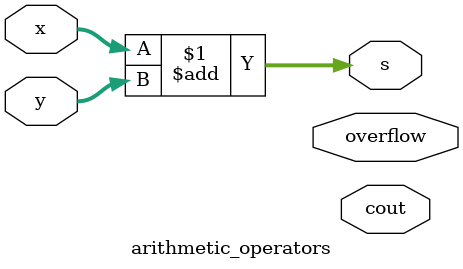
<source format=v>
`timescale 1ns / 1ps


module arithmetic_operators
#(parameter n = 4)
(
input [n-1:0] x,
input [n-1:0] y,
output [n-1:0] s,
output cout, overflow
    );
    
    assign s = x+y;
endmodule

</source>
